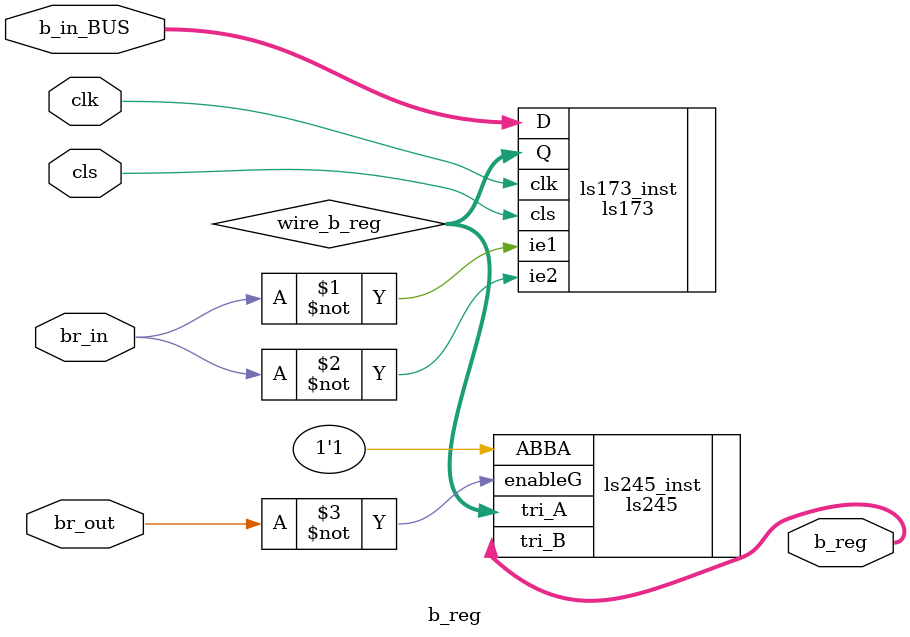
<source format=v>
module b_reg(
	input clk, cls, br_in, br_out,
	input [7:0]b_in_BUS,
	output [7:0]b_reg
);
wire [7:0]wire_b_reg;

ls173 ls173_inst(
	.clk(clk),
	.cls(cls),
	.ie1(~br_in),
	.ie2(~br_in),
	.D(b_in_BUS),
	.Q(wire_b_reg)
);

ls245 ls245_inst(
	.ABBA(1'b1),
	.enableG(~br_out),
	.tri_A(wire_b_reg),
	.tri_B(b_reg)
);
endmodule 

</source>
